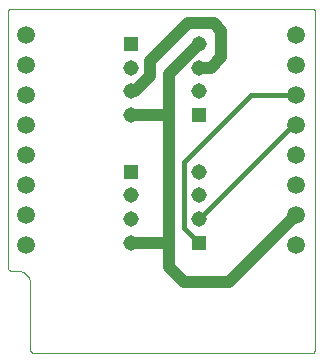
<source format=gbl>
G04 EAGLE Gerber RS-274X export*
G75*
%MOMM*%
%FSLAX34Y34*%
%LPD*%
%INBottom layer*%
%IPPOS*%
%AMOC8*
5,1,8,0,0,1.08239X$1,22.5*%
G01*
%ADD10C,0.000000*%
%ADD11R,1.308000X1.308000*%
%ADD12C,1.308000*%
%ADD13C,1.508000*%
%ADD14C,1.016000*%
%ADD15C,0.406400*%


D10*
X0Y298450D02*
X0Y82550D01*
X2Y82439D01*
X8Y82329D01*
X17Y82218D01*
X31Y82108D01*
X48Y81999D01*
X69Y81890D01*
X94Y81782D01*
X123Y81675D01*
X155Y81569D01*
X191Y81464D01*
X231Y81361D01*
X274Y81259D01*
X321Y81158D01*
X372Y81059D01*
X425Y80963D01*
X482Y80868D01*
X543Y80775D01*
X606Y80684D01*
X673Y80595D01*
X743Y80509D01*
X816Y80426D01*
X891Y80344D01*
X969Y80266D01*
X1051Y80191D01*
X1134Y80118D01*
X1220Y80048D01*
X1309Y79981D01*
X1400Y79918D01*
X1493Y79857D01*
X1587Y79800D01*
X1684Y79747D01*
X1783Y79696D01*
X1884Y79649D01*
X1986Y79606D01*
X2089Y79566D01*
X2194Y79530D01*
X2300Y79498D01*
X2407Y79469D01*
X2515Y79444D01*
X2624Y79423D01*
X2733Y79406D01*
X2843Y79392D01*
X2954Y79383D01*
X3064Y79377D01*
X3175Y79375D01*
X8210Y79375D01*
X8472Y79372D01*
X8734Y79362D01*
X8995Y79347D01*
X9256Y79324D01*
X9517Y79296D01*
X9776Y79261D01*
X10035Y79220D01*
X10293Y79173D01*
X10549Y79120D01*
X10804Y79060D01*
X11058Y78994D01*
X11310Y78922D01*
X11560Y78844D01*
X11808Y78761D01*
X12054Y78671D01*
X12298Y78575D01*
X12539Y78473D01*
X12778Y78366D01*
X13014Y78252D01*
X13248Y78133D01*
X13478Y78009D01*
X13705Y77879D01*
X13930Y77743D01*
X14150Y77602D01*
X14368Y77456D01*
X14582Y77305D01*
X14792Y77148D01*
X14998Y76987D01*
X15200Y76820D01*
X15398Y76649D01*
X15592Y76473D01*
X15782Y76292D01*
X15967Y76107D01*
X16148Y75917D01*
X16324Y75723D01*
X16495Y75525D01*
X16662Y75323D01*
X16823Y75117D01*
X16980Y74907D01*
X17131Y74693D01*
X17277Y74475D01*
X17418Y74255D01*
X17554Y74030D01*
X17684Y73803D01*
X17808Y73573D01*
X17927Y73339D01*
X18041Y73103D01*
X18148Y72864D01*
X18250Y72623D01*
X18346Y72379D01*
X18436Y72133D01*
X18519Y71885D01*
X18597Y71635D01*
X18669Y71383D01*
X18735Y71129D01*
X18795Y70874D01*
X18848Y70618D01*
X18895Y70360D01*
X18936Y70101D01*
X18971Y69842D01*
X18999Y69581D01*
X19022Y69320D01*
X19037Y69059D01*
X19047Y68797D01*
X19050Y68535D01*
X19050Y12700D01*
X19052Y12589D01*
X19058Y12479D01*
X19067Y12368D01*
X19081Y12258D01*
X19098Y12149D01*
X19119Y12040D01*
X19144Y11932D01*
X19173Y11825D01*
X19205Y11719D01*
X19241Y11614D01*
X19281Y11511D01*
X19324Y11409D01*
X19371Y11308D01*
X19422Y11209D01*
X19475Y11112D01*
X19532Y11018D01*
X19593Y10925D01*
X19656Y10834D01*
X19723Y10745D01*
X19793Y10659D01*
X19866Y10576D01*
X19941Y10494D01*
X20019Y10416D01*
X20101Y10341D01*
X20184Y10268D01*
X20270Y10198D01*
X20359Y10131D01*
X20450Y10068D01*
X20543Y10007D01*
X20637Y9950D01*
X20734Y9897D01*
X20833Y9846D01*
X20934Y9799D01*
X21036Y9756D01*
X21139Y9716D01*
X21244Y9680D01*
X21350Y9648D01*
X21457Y9619D01*
X21565Y9594D01*
X21674Y9573D01*
X21783Y9556D01*
X21893Y9542D01*
X22004Y9533D01*
X22114Y9527D01*
X22225Y9525D01*
X256975Y9525D01*
X257086Y9527D01*
X257196Y9533D01*
X257307Y9542D01*
X257417Y9556D01*
X257526Y9573D01*
X257635Y9594D01*
X257743Y9619D01*
X257850Y9648D01*
X257956Y9680D01*
X258061Y9716D01*
X258164Y9756D01*
X258266Y9799D01*
X258367Y9846D01*
X258466Y9897D01*
X258562Y9950D01*
X258657Y10007D01*
X258750Y10068D01*
X258841Y10131D01*
X258930Y10198D01*
X259016Y10268D01*
X259099Y10341D01*
X259181Y10416D01*
X259259Y10494D01*
X259334Y10576D01*
X259407Y10659D01*
X259477Y10745D01*
X259544Y10834D01*
X259607Y10925D01*
X259668Y11018D01*
X259725Y11112D01*
X259778Y11209D01*
X259829Y11308D01*
X259876Y11409D01*
X259919Y11511D01*
X259959Y11614D01*
X259995Y11719D01*
X260027Y11825D01*
X260056Y11932D01*
X260081Y12040D01*
X260102Y12149D01*
X260119Y12258D01*
X260133Y12368D01*
X260142Y12479D01*
X260148Y12589D01*
X260150Y12700D01*
X260150Y298525D01*
X260148Y298631D01*
X260142Y298737D01*
X260133Y298843D01*
X260120Y298948D01*
X260103Y299053D01*
X260082Y299157D01*
X260058Y299261D01*
X260029Y299363D01*
X259998Y299465D01*
X259962Y299565D01*
X259924Y299663D01*
X259881Y299761D01*
X259835Y299857D01*
X259786Y299951D01*
X259734Y300043D01*
X259678Y300133D01*
X259619Y300222D01*
X259557Y300308D01*
X259491Y300392D01*
X259423Y300473D01*
X259352Y300552D01*
X259279Y300629D01*
X259202Y300702D01*
X259123Y300773D01*
X259042Y300841D01*
X258958Y300907D01*
X258872Y300969D01*
X258783Y301028D01*
X258693Y301084D01*
X258601Y301136D01*
X258507Y301185D01*
X258411Y301231D01*
X258313Y301274D01*
X258215Y301312D01*
X258115Y301348D01*
X258013Y301379D01*
X257911Y301408D01*
X257807Y301432D01*
X257703Y301453D01*
X257598Y301470D01*
X257493Y301483D01*
X257387Y301492D01*
X257281Y301498D01*
X257175Y301500D01*
X3050Y301500D01*
X2941Y301498D01*
X2832Y301492D01*
X2724Y301483D01*
X2616Y301469D01*
X2508Y301452D01*
X2402Y301430D01*
X2296Y301405D01*
X2191Y301376D01*
X2087Y301344D01*
X1984Y301308D01*
X1883Y301268D01*
X1783Y301224D01*
X1685Y301177D01*
X1588Y301127D01*
X1494Y301073D01*
X1401Y301016D01*
X1311Y300955D01*
X1222Y300892D01*
X1136Y300825D01*
X1053Y300755D01*
X972Y300682D01*
X893Y300607D01*
X818Y300528D01*
X745Y300447D01*
X675Y300364D01*
X608Y300278D01*
X545Y300189D01*
X484Y300099D01*
X427Y300006D01*
X373Y299912D01*
X323Y299815D01*
X276Y299717D01*
X232Y299617D01*
X192Y299516D01*
X156Y299413D01*
X124Y299309D01*
X95Y299204D01*
X70Y299098D01*
X48Y298992D01*
X31Y298884D01*
X17Y298776D01*
X8Y298668D01*
X2Y298559D01*
X0Y298450D01*
D11*
X161925Y211300D03*
D12*
X161925Y231300D03*
X161925Y251300D03*
X161925Y271300D03*
D11*
X104775Y271300D03*
D12*
X104775Y251300D03*
X104775Y231300D03*
X104775Y211300D03*
D11*
X161925Y103350D03*
D12*
X161925Y123350D03*
X161925Y143350D03*
X161925Y163350D03*
D11*
X104775Y163350D03*
D12*
X104775Y143350D03*
X104775Y123350D03*
X104775Y103350D03*
D13*
X15875Y127000D03*
X15875Y152400D03*
X15875Y177800D03*
X15875Y203200D03*
X15875Y228600D03*
X15875Y254000D03*
X15875Y279400D03*
X244475Y127000D03*
X244475Y152400D03*
X244475Y177800D03*
X244475Y203200D03*
X244475Y228600D03*
X244475Y254000D03*
X244475Y279400D03*
X15875Y101600D03*
X244475Y101600D03*
D14*
X136525Y245900D02*
X161925Y271300D01*
X136525Y245900D02*
X136525Y209550D01*
X136525Y101600D01*
X136525Y82550D01*
X149225Y69850D01*
X187325Y69850D01*
X244475Y127000D01*
X134775Y211300D02*
X104775Y211300D01*
X134775Y211300D02*
X136525Y209550D01*
X134775Y103350D02*
X136525Y101600D01*
X134775Y103350D02*
X104775Y103350D01*
X161925Y251300D02*
X171925Y251300D01*
X180975Y260350D01*
X180975Y282575D01*
X174625Y288925D01*
X152400Y288925D01*
X120650Y257175D01*
X120650Y244475D01*
X107475Y231300D01*
X104775Y231300D01*
D15*
X149225Y116050D02*
X161925Y103350D01*
X149225Y116050D02*
X149225Y171450D01*
X206375Y228600D01*
X244475Y228600D01*
X241775Y203200D02*
X161925Y123350D01*
X241775Y203200D02*
X244475Y203200D01*
M02*

</source>
